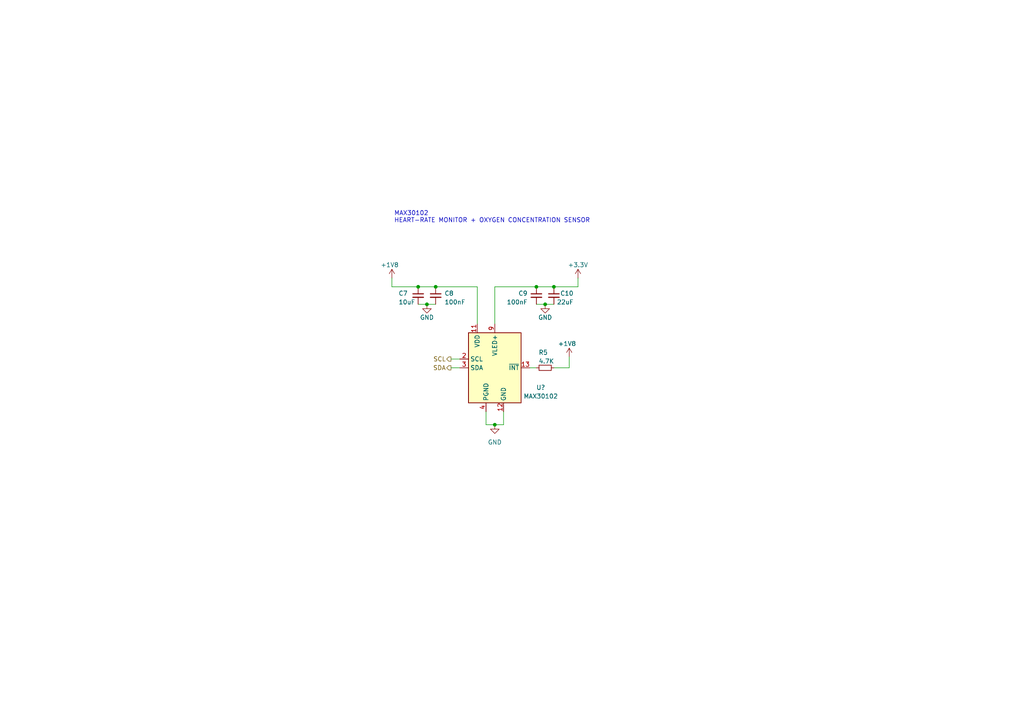
<source format=kicad_sch>
(kicad_sch (version 20230121) (generator eeschema)

  (uuid be25dbbf-29c2-49f6-91e6-0221e6e4ccaf)

  (paper "A4")

  (lib_symbols
    (symbol "Device:C_Small" (pin_numbers hide) (pin_names (offset 0.254) hide) (in_bom yes) (on_board yes)
      (property "Reference" "C" (at 0.254 1.778 0)
        (effects (font (size 1.27 1.27)) (justify left))
      )
      (property "Value" "C_Small" (at 0.254 -2.032 0)
        (effects (font (size 1.27 1.27)) (justify left))
      )
      (property "Footprint" "" (at 0 0 0)
        (effects (font (size 1.27 1.27)) hide)
      )
      (property "Datasheet" "~" (at 0 0 0)
        (effects (font (size 1.27 1.27)) hide)
      )
      (property "ki_keywords" "capacitor cap" (at 0 0 0)
        (effects (font (size 1.27 1.27)) hide)
      )
      (property "ki_description" "Unpolarized capacitor, small symbol" (at 0 0 0)
        (effects (font (size 1.27 1.27)) hide)
      )
      (property "ki_fp_filters" "C_*" (at 0 0 0)
        (effects (font (size 1.27 1.27)) hide)
      )
      (symbol "C_Small_0_1"
        (polyline
          (pts
            (xy -1.524 -0.508)
            (xy 1.524 -0.508)
          )
          (stroke (width 0.3302) (type default))
          (fill (type none))
        )
        (polyline
          (pts
            (xy -1.524 0.508)
            (xy 1.524 0.508)
          )
          (stroke (width 0.3048) (type default))
          (fill (type none))
        )
      )
      (symbol "C_Small_1_1"
        (pin passive line (at 0 2.54 270) (length 2.032)
          (name "~" (effects (font (size 1.27 1.27))))
          (number "1" (effects (font (size 1.27 1.27))))
        )
        (pin passive line (at 0 -2.54 90) (length 2.032)
          (name "~" (effects (font (size 1.27 1.27))))
          (number "2" (effects (font (size 1.27 1.27))))
        )
      )
    )
    (symbol "Device:R_Small" (pin_numbers hide) (pin_names (offset 0.254) hide) (in_bom yes) (on_board yes)
      (property "Reference" "R" (at 0.762 0.508 0)
        (effects (font (size 1.27 1.27)) (justify left))
      )
      (property "Value" "R_Small" (at 0.762 -1.016 0)
        (effects (font (size 1.27 1.27)) (justify left))
      )
      (property "Footprint" "" (at 0 0 0)
        (effects (font (size 1.27 1.27)) hide)
      )
      (property "Datasheet" "~" (at 0 0 0)
        (effects (font (size 1.27 1.27)) hide)
      )
      (property "ki_keywords" "R resistor" (at 0 0 0)
        (effects (font (size 1.27 1.27)) hide)
      )
      (property "ki_description" "Resistor, small symbol" (at 0 0 0)
        (effects (font (size 1.27 1.27)) hide)
      )
      (property "ki_fp_filters" "R_*" (at 0 0 0)
        (effects (font (size 1.27 1.27)) hide)
      )
      (symbol "R_Small_0_1"
        (rectangle (start -0.762 1.778) (end 0.762 -1.778)
          (stroke (width 0.2032) (type default))
          (fill (type none))
        )
      )
      (symbol "R_Small_1_1"
        (pin passive line (at 0 2.54 270) (length 0.762)
          (name "~" (effects (font (size 1.27 1.27))))
          (number "1" (effects (font (size 1.27 1.27))))
        )
        (pin passive line (at 0 -2.54 90) (length 0.762)
          (name "~" (effects (font (size 1.27 1.27))))
          (number "2" (effects (font (size 1.27 1.27))))
        )
      )
    )
    (symbol "Sensor:MAX30102" (in_bom yes) (on_board yes)
      (property "Reference" "U" (at 7.62 15.24 0)
        (effects (font (size 1.27 1.27)))
      )
      (property "Value" "MAX30102" (at 7.62 12.7 0)
        (effects (font (size 1.27 1.27)))
      )
      (property "Footprint" "OptoDevice:Maxim_OLGA-14_3.3x5.6mm_P0.8mm" (at 0 -2.54 0)
        (effects (font (size 1.27 1.27)) hide)
      )
      (property "Datasheet" "https://datasheets.maximintegrated.com/en/ds/MAX30102.pdf" (at 0 0 0)
        (effects (font (size 1.27 1.27)) hide)
      )
      (property "ki_keywords" "Heart Rate" (at 0 0 0)
        (effects (font (size 1.27 1.27)) hide)
      )
      (property "ki_description" "Heart Rate Sensor, 14-OLGA" (at 0 0 0)
        (effects (font (size 1.27 1.27)) hide)
      )
      (property "ki_fp_filters" "Maxim*OLGA*3.3x5.6mm*P0.8mm*" (at 0 0 0)
        (effects (font (size 1.27 1.27)) hide)
      )
      (symbol "MAX30102_0_1"
        (rectangle (start -7.62 10.16) (end 7.62 -10.16)
          (stroke (width 0.254) (type default))
          (fill (type background))
        )
      )
      (symbol "MAX30102_1_1"
        (pin no_connect line (at -7.62 5.08 0) (length 2.54) hide
          (name "NC" (effects (font (size 1.27 1.27))))
          (number "1" (effects (font (size 1.27 1.27))))
        )
        (pin passive line (at 0 12.7 270) (length 2.54) hide
          (name "VLED+" (effects (font (size 1.27 1.27))))
          (number "10" (effects (font (size 1.27 1.27))))
        )
        (pin power_in line (at -5.08 12.7 270) (length 2.54)
          (name "VDD" (effects (font (size 1.27 1.27))))
          (number "11" (effects (font (size 1.27 1.27))))
        )
        (pin power_in line (at 2.54 -12.7 90) (length 2.54)
          (name "GND" (effects (font (size 1.27 1.27))))
          (number "12" (effects (font (size 1.27 1.27))))
        )
        (pin output line (at 10.16 0 180) (length 2.54)
          (name "~{INT}" (effects (font (size 1.27 1.27))))
          (number "13" (effects (font (size 1.27 1.27))))
        )
        (pin no_connect line (at 7.62 2.54 180) (length 2.54) hide
          (name "NC" (effects (font (size 1.27 1.27))))
          (number "14" (effects (font (size 1.27 1.27))))
        )
        (pin input line (at -10.16 2.54 0) (length 2.54)
          (name "SCL" (effects (font (size 1.27 1.27))))
          (number "2" (effects (font (size 1.27 1.27))))
        )
        (pin bidirectional line (at -10.16 0 0) (length 2.54)
          (name "SDA" (effects (font (size 1.27 1.27))))
          (number "3" (effects (font (size 1.27 1.27))))
        )
        (pin power_in line (at -2.54 -12.7 90) (length 2.54)
          (name "PGND" (effects (font (size 1.27 1.27))))
          (number "4" (effects (font (size 1.27 1.27))))
        )
        (pin no_connect line (at 7.62 -7.62 180) (length 2.54) hide
          (name "NC" (effects (font (size 1.27 1.27))))
          (number "5" (effects (font (size 1.27 1.27))))
        )
        (pin no_connect line (at 7.62 -5.08 180) (length 2.54) hide
          (name "NC" (effects (font (size 1.27 1.27))))
          (number "6" (effects (font (size 1.27 1.27))))
        )
        (pin no_connect line (at -7.62 -2.54 0) (length 2.54) hide
          (name "NC" (effects (font (size 1.27 1.27))))
          (number "7" (effects (font (size 1.27 1.27))))
        )
        (pin no_connect line (at 7.62 5.08 180) (length 2.54) hide
          (name "NC" (effects (font (size 1.27 1.27))))
          (number "8" (effects (font (size 1.27 1.27))))
        )
        (pin power_in line (at 0 12.7 270) (length 2.54)
          (name "VLED+" (effects (font (size 1.27 1.27))))
          (number "9" (effects (font (size 1.27 1.27))))
        )
      )
    )
    (symbol "power:+1V8" (power) (pin_names (offset 0)) (in_bom yes) (on_board yes)
      (property "Reference" "#PWR" (at 0 -3.81 0)
        (effects (font (size 1.27 1.27)) hide)
      )
      (property "Value" "+1V8" (at 0 3.556 0)
        (effects (font (size 1.27 1.27)))
      )
      (property "Footprint" "" (at 0 0 0)
        (effects (font (size 1.27 1.27)) hide)
      )
      (property "Datasheet" "" (at 0 0 0)
        (effects (font (size 1.27 1.27)) hide)
      )
      (property "ki_keywords" "global power" (at 0 0 0)
        (effects (font (size 1.27 1.27)) hide)
      )
      (property "ki_description" "Power symbol creates a global label with name \"+1V8\"" (at 0 0 0)
        (effects (font (size 1.27 1.27)) hide)
      )
      (symbol "+1V8_0_1"
        (polyline
          (pts
            (xy -0.762 1.27)
            (xy 0 2.54)
          )
          (stroke (width 0) (type default))
          (fill (type none))
        )
        (polyline
          (pts
            (xy 0 0)
            (xy 0 2.54)
          )
          (stroke (width 0) (type default))
          (fill (type none))
        )
        (polyline
          (pts
            (xy 0 2.54)
            (xy 0.762 1.27)
          )
          (stroke (width 0) (type default))
          (fill (type none))
        )
      )
      (symbol "+1V8_1_1"
        (pin power_in line (at 0 0 90) (length 0) hide
          (name "+1V8" (effects (font (size 1.27 1.27))))
          (number "1" (effects (font (size 1.27 1.27))))
        )
      )
    )
    (symbol "power:+3.3V" (power) (pin_names (offset 0)) (in_bom yes) (on_board yes)
      (property "Reference" "#PWR" (at 0 -3.81 0)
        (effects (font (size 1.27 1.27)) hide)
      )
      (property "Value" "+3.3V" (at 0 3.556 0)
        (effects (font (size 1.27 1.27)))
      )
      (property "Footprint" "" (at 0 0 0)
        (effects (font (size 1.27 1.27)) hide)
      )
      (property "Datasheet" "" (at 0 0 0)
        (effects (font (size 1.27 1.27)) hide)
      )
      (property "ki_keywords" "global power" (at 0 0 0)
        (effects (font (size 1.27 1.27)) hide)
      )
      (property "ki_description" "Power symbol creates a global label with name \"+3.3V\"" (at 0 0 0)
        (effects (font (size 1.27 1.27)) hide)
      )
      (symbol "+3.3V_0_1"
        (polyline
          (pts
            (xy -0.762 1.27)
            (xy 0 2.54)
          )
          (stroke (width 0) (type default))
          (fill (type none))
        )
        (polyline
          (pts
            (xy 0 0)
            (xy 0 2.54)
          )
          (stroke (width 0) (type default))
          (fill (type none))
        )
        (polyline
          (pts
            (xy 0 2.54)
            (xy 0.762 1.27)
          )
          (stroke (width 0) (type default))
          (fill (type none))
        )
      )
      (symbol "+3.3V_1_1"
        (pin power_in line (at 0 0 90) (length 0) hide
          (name "+3.3V" (effects (font (size 1.27 1.27))))
          (number "1" (effects (font (size 1.27 1.27))))
        )
      )
    )
    (symbol "power:GND" (power) (pin_names (offset 0)) (in_bom yes) (on_board yes)
      (property "Reference" "#PWR" (at 0 -6.35 0)
        (effects (font (size 1.27 1.27)) hide)
      )
      (property "Value" "GND" (at 0 -3.81 0)
        (effects (font (size 1.27 1.27)))
      )
      (property "Footprint" "" (at 0 0 0)
        (effects (font (size 1.27 1.27)) hide)
      )
      (property "Datasheet" "" (at 0 0 0)
        (effects (font (size 1.27 1.27)) hide)
      )
      (property "ki_keywords" "global power" (at 0 0 0)
        (effects (font (size 1.27 1.27)) hide)
      )
      (property "ki_description" "Power symbol creates a global label with name \"GND\" , ground" (at 0 0 0)
        (effects (font (size 1.27 1.27)) hide)
      )
      (symbol "GND_0_1"
        (polyline
          (pts
            (xy 0 0)
            (xy 0 -1.27)
            (xy 1.27 -1.27)
            (xy 0 -2.54)
            (xy -1.27 -1.27)
            (xy 0 -1.27)
          )
          (stroke (width 0) (type default))
          (fill (type none))
        )
      )
      (symbol "GND_1_1"
        (pin power_in line (at 0 0 270) (length 0) hide
          (name "GND" (effects (font (size 1.27 1.27))))
          (number "1" (effects (font (size 1.27 1.27))))
        )
      )
    )
  )

  (junction (at 123.825 88.265) (diameter 0) (color 0 0 0 0)
    (uuid 1f850a91-9e2f-4b2a-bf92-48f32e716881)
  )
  (junction (at 158.115 88.265) (diameter 0) (color 0 0 0 0)
    (uuid 25741221-dd1a-429f-802e-4dfc731cbf8d)
  )
  (junction (at 126.365 83.185) (diameter 0) (color 0 0 0 0)
    (uuid 27e58bcb-88fc-456e-b197-337f6ff9fcc8)
  )
  (junction (at 121.285 83.185) (diameter 0) (color 0 0 0 0)
    (uuid 9677f0a5-9091-476b-b006-cc2ee5c571f4)
  )
  (junction (at 143.51 123.19) (diameter 0) (color 0 0 0 0)
    (uuid a985a561-8b27-43a8-8f6b-fbe4700b1b4b)
  )
  (junction (at 155.575 83.185) (diameter 0) (color 0 0 0 0)
    (uuid bc61e96b-f863-4728-b94b-ac7041cd1063)
  )
  (junction (at 160.655 83.185) (diameter 0) (color 0 0 0 0)
    (uuid cbabfd2c-4710-4a3e-8ddd-df5353a65082)
  )

  (wire (pts (xy 138.43 93.98) (xy 138.43 83.185))
    (stroke (width 0) (type default))
    (uuid 066d3de0-0c5b-4f18-8b8f-1b64b8df098f)
  )
  (wire (pts (xy 140.97 123.19) (xy 140.97 119.38))
    (stroke (width 0) (type default))
    (uuid 19f5c73b-8d89-48f5-89ea-2bb17e706136)
  )
  (wire (pts (xy 130.81 106.68) (xy 133.35 106.68))
    (stroke (width 0) (type default))
    (uuid 22d4a6e5-e3d5-4d11-bb47-b02ca4240a82)
  )
  (wire (pts (xy 121.285 88.265) (xy 123.825 88.265))
    (stroke (width 0) (type default))
    (uuid 28090a8e-a327-4b6d-abda-9af762804d3d)
  )
  (wire (pts (xy 123.825 88.265) (xy 126.365 88.265))
    (stroke (width 0) (type default))
    (uuid 2b1bfb63-23a2-447f-a219-2c5a83fada95)
  )
  (wire (pts (xy 113.665 83.185) (xy 121.285 83.185))
    (stroke (width 0) (type default))
    (uuid 2d8c5a8d-a68f-4002-845c-cb2f90d54795)
  )
  (wire (pts (xy 146.05 123.19) (xy 143.51 123.19))
    (stroke (width 0) (type default))
    (uuid 3280db65-bf50-4a66-a11d-d904cdf6745b)
  )
  (wire (pts (xy 165.1 103.505) (xy 165.1 106.68))
    (stroke (width 0) (type default))
    (uuid 42041d13-85c9-46a2-ab84-5d3be266b4bc)
  )
  (wire (pts (xy 160.655 88.265) (xy 158.115 88.265))
    (stroke (width 0) (type default))
    (uuid 65bed417-e349-43e5-8fbe-c5f1b4b2da59)
  )
  (wire (pts (xy 113.665 80.645) (xy 113.665 83.185))
    (stroke (width 0) (type default))
    (uuid 7af328fc-4715-403c-b95f-3b996ccbcb95)
  )
  (wire (pts (xy 165.1 106.68) (xy 160.655 106.68))
    (stroke (width 0) (type default))
    (uuid 85a53694-1af0-4889-b875-5ae251d06dfa)
  )
  (wire (pts (xy 167.64 80.645) (xy 167.64 83.185))
    (stroke (width 0) (type default))
    (uuid aa0ea13a-1946-4134-a710-317fafdb368b)
  )
  (wire (pts (xy 130.81 104.14) (xy 133.35 104.14))
    (stroke (width 0) (type default))
    (uuid b4ef8827-4f30-4197-8b12-b325242014c4)
  )
  (wire (pts (xy 143.51 83.185) (xy 143.51 93.98))
    (stroke (width 0) (type default))
    (uuid c2021704-10a1-47c7-9d23-8a2af3fbc03b)
  )
  (wire (pts (xy 160.655 83.185) (xy 155.575 83.185))
    (stroke (width 0) (type default))
    (uuid c20d4bf9-afce-49c7-a99a-188fbdba9de8)
  )
  (wire (pts (xy 146.05 119.38) (xy 146.05 123.19))
    (stroke (width 0) (type default))
    (uuid c77dfedc-d4b7-4d22-81f3-459f28a0993c)
  )
  (wire (pts (xy 158.115 88.265) (xy 155.575 88.265))
    (stroke (width 0) (type default))
    (uuid d4f8e540-c94b-42dd-8f67-23408a4ef7a8)
  )
  (wire (pts (xy 167.64 83.185) (xy 160.655 83.185))
    (stroke (width 0) (type default))
    (uuid d7b38cf4-06db-49cb-836d-ae5733a65bf7)
  )
  (wire (pts (xy 143.51 123.19) (xy 140.97 123.19))
    (stroke (width 0) (type default))
    (uuid d8448de3-0e1c-4e64-8a78-a7292b151b07)
  )
  (wire (pts (xy 121.285 83.185) (xy 126.365 83.185))
    (stroke (width 0) (type default))
    (uuid da23cf54-592d-42bf-972f-60cdec2c37b4)
  )
  (wire (pts (xy 138.43 83.185) (xy 126.365 83.185))
    (stroke (width 0) (type default))
    (uuid eef2f131-64d4-4a93-b243-3a1d0dd846a5)
  )
  (wire (pts (xy 143.51 83.185) (xy 155.575 83.185))
    (stroke (width 0) (type default))
    (uuid f4f79062-4771-4a24-9455-9a6f4c40f124)
  )
  (wire (pts (xy 153.67 106.68) (xy 155.575 106.68))
    (stroke (width 0) (type default))
    (uuid face3bf4-732d-4fb3-9ddd-332f02063d6b)
  )

  (text "MAX30102\nHEART-RATE MONITOR + OXYGEN CONCENTRATION SENSOR"
    (at 114.3 64.77 0)
    (effects (font (size 1.27 1.27)) (justify left bottom))
    (uuid 4e876e22-6b80-42bf-9b49-c0add1845fb8)
  )

  (hierarchical_label "SDA" (shape output) (at 130.81 106.68 180) (fields_autoplaced)
    (effects (font (size 1.27 1.27)) (justify right))
    (uuid dfe33b31-8069-42a0-b424-f6a4b3dbc39b)
  )
  (hierarchical_label "SCL" (shape output) (at 130.81 104.14 180) (fields_autoplaced)
    (effects (font (size 1.27 1.27)) (justify right))
    (uuid f084ce41-c984-4038-9850-daaeba6b8287)
  )

  (symbol (lib_id "Device:R_Small") (at 158.115 106.68 270) (unit 1)
    (in_bom yes) (on_board yes) (dnp no)
    (uuid 05ec9114-35e5-4842-b445-2e648e7102ac)
    (property "Reference" "R5" (at 156.21 102.235 90)
      (effects (font (size 1.27 1.27)) (justify left))
    )
    (property "Value" "4.7K" (at 156.21 104.775 90)
      (effects (font (size 1.27 1.27)) (justify left))
    )
    (property "Footprint" "" (at 158.115 106.68 0)
      (effects (font (size 1.27 1.27)) hide)
    )
    (property "Datasheet" "~" (at 158.115 106.68 0)
      (effects (font (size 1.27 1.27)) hide)
    )
    (pin "1" (uuid c4d70b0b-faf0-4cc8-9bb6-6cecfad175bd))
    (pin "2" (uuid 018b7d9e-a596-4ea1-b931-e56e91b56def))
    (instances
      (project "Hapty"
        (path "/6956d5b6-c4e4-494f-ad33-929668a150f2/ff10d402-8077-45c3-ba96-60f8586bcca3"
          (reference "R5") (unit 1)
        )
      )
    )
  )

  (symbol (lib_id "power:+3.3V") (at 167.64 80.645 0) (unit 1)
    (in_bom yes) (on_board yes) (dnp no)
    (uuid 0bbe6943-6704-410f-a436-cb69312d2d0b)
    (property "Reference" "#PWR023" (at 167.64 84.455 0)
      (effects (font (size 1.27 1.27)) hide)
    )
    (property "Value" "+3.3V" (at 167.64 76.835 0)
      (effects (font (size 1.27 1.27)))
    )
    (property "Footprint" "" (at 167.64 80.645 0)
      (effects (font (size 1.27 1.27)) hide)
    )
    (property "Datasheet" "" (at 167.64 80.645 0)
      (effects (font (size 1.27 1.27)) hide)
    )
    (pin "1" (uuid 485f8fd6-1f5c-49f5-ad94-85b9b0f9c61b))
    (instances
      (project "Hapty"
        (path "/6956d5b6-c4e4-494f-ad33-929668a150f2/ff10d402-8077-45c3-ba96-60f8586bcca3"
          (reference "#PWR023") (unit 1)
        )
      )
    )
  )

  (symbol (lib_id "Device:C_Small") (at 121.285 85.725 0) (unit 1)
    (in_bom yes) (on_board yes) (dnp no)
    (uuid 214bd816-861e-4ffc-8da0-e816438d7309)
    (property "Reference" "C7" (at 115.57 85.09 0)
      (effects (font (size 1.27 1.27)) (justify left))
    )
    (property "Value" "10uF" (at 115.57 87.63 0)
      (effects (font (size 1.27 1.27)) (justify left))
    )
    (property "Footprint" "" (at 121.285 85.725 0)
      (effects (font (size 1.27 1.27)) hide)
    )
    (property "Datasheet" "~" (at 121.285 85.725 0)
      (effects (font (size 1.27 1.27)) hide)
    )
    (pin "1" (uuid 2e67cc83-6d73-4933-b8ab-9eedc2aa1e82))
    (pin "2" (uuid e1a3d76b-4df8-43d5-893b-6ac299758c0c))
    (instances
      (project "Hapty"
        (path "/6956d5b6-c4e4-494f-ad33-929668a150f2/ff10d402-8077-45c3-ba96-60f8586bcca3"
          (reference "C7") (unit 1)
        )
      )
    )
  )

  (symbol (lib_id "Device:C_Small") (at 155.575 85.725 0) (mirror y) (unit 1)
    (in_bom yes) (on_board yes) (dnp no)
    (uuid 22b1bdd3-73ba-44ed-b316-dccc908790fb)
    (property "Reference" "C9" (at 153.035 85.09 0)
      (effects (font (size 1.27 1.27)) (justify left))
    )
    (property "Value" "100nF" (at 153.035 87.63 0)
      (effects (font (size 1.27 1.27)) (justify left))
    )
    (property "Footprint" "" (at 155.575 85.725 0)
      (effects (font (size 1.27 1.27)) hide)
    )
    (property "Datasheet" "~" (at 155.575 85.725 0)
      (effects (font (size 1.27 1.27)) hide)
    )
    (pin "1" (uuid b061f50b-6591-4d85-a3dc-bd37ccd8c789))
    (pin "2" (uuid 7dba60e2-e5f1-4cda-9b43-1091c835d68b))
    (instances
      (project "Hapty"
        (path "/6956d5b6-c4e4-494f-ad33-929668a150f2/ff10d402-8077-45c3-ba96-60f8586bcca3"
          (reference "C9") (unit 1)
        )
      )
    )
  )

  (symbol (lib_id "power:GND") (at 158.115 88.265 0) (mirror y) (unit 1)
    (in_bom yes) (on_board yes) (dnp no)
    (uuid 3cf31042-f1a6-4dfd-963c-9970912ee1fb)
    (property "Reference" "#PWR021" (at 158.115 94.615 0)
      (effects (font (size 1.27 1.27)) hide)
    )
    (property "Value" "GND" (at 158.115 92.075 0)
      (effects (font (size 1.27 1.27)))
    )
    (property "Footprint" "" (at 158.115 88.265 0)
      (effects (font (size 1.27 1.27)) hide)
    )
    (property "Datasheet" "" (at 158.115 88.265 0)
      (effects (font (size 1.27 1.27)) hide)
    )
    (pin "1" (uuid f9651e93-1fcb-497f-8d8c-c8b4d5222a9a))
    (instances
      (project "Hapty"
        (path "/6956d5b6-c4e4-494f-ad33-929668a150f2/ff10d402-8077-45c3-ba96-60f8586bcca3"
          (reference "#PWR021") (unit 1)
        )
      )
    )
  )

  (symbol (lib_id "Device:C_Small") (at 160.655 85.725 0) (mirror y) (unit 1)
    (in_bom yes) (on_board yes) (dnp no)
    (uuid 41477463-ece8-429b-9055-d9a44b6b8cdf)
    (property "Reference" "C10" (at 166.37 85.09 0)
      (effects (font (size 1.27 1.27)) (justify left))
    )
    (property "Value" "22uF" (at 166.37 87.63 0)
      (effects (font (size 1.27 1.27)) (justify left))
    )
    (property "Footprint" "" (at 160.655 85.725 0)
      (effects (font (size 1.27 1.27)) hide)
    )
    (property "Datasheet" "~" (at 160.655 85.725 0)
      (effects (font (size 1.27 1.27)) hide)
    )
    (pin "1" (uuid eaa213ca-57d8-451d-972d-bc06f799161e))
    (pin "2" (uuid 3e4a1eb6-02fe-425f-b0ca-812374cebe37))
    (instances
      (project "Hapty"
        (path "/6956d5b6-c4e4-494f-ad33-929668a150f2/ff10d402-8077-45c3-ba96-60f8586bcca3"
          (reference "C10") (unit 1)
        )
      )
    )
  )

  (symbol (lib_id "power:GND") (at 143.51 123.19 0) (unit 1)
    (in_bom yes) (on_board yes) (dnp no) (fields_autoplaced)
    (uuid 595b25d5-23bb-400a-bdfc-6ca52e90a0c6)
    (property "Reference" "#PWR020" (at 143.51 129.54 0)
      (effects (font (size 1.27 1.27)) hide)
    )
    (property "Value" "GND" (at 143.51 128.27 0)
      (effects (font (size 1.27 1.27)))
    )
    (property "Footprint" "" (at 143.51 123.19 0)
      (effects (font (size 1.27 1.27)) hide)
    )
    (property "Datasheet" "" (at 143.51 123.19 0)
      (effects (font (size 1.27 1.27)) hide)
    )
    (pin "1" (uuid ccf2fb4c-55e1-4ae6-a07a-b445eef3e27e))
    (instances
      (project "Hapty"
        (path "/6956d5b6-c4e4-494f-ad33-929668a150f2/ff10d402-8077-45c3-ba96-60f8586bcca3"
          (reference "#PWR020") (unit 1)
        )
      )
    )
  )

  (symbol (lib_id "power:GND") (at 123.825 88.265 0) (unit 1)
    (in_bom yes) (on_board yes) (dnp no)
    (uuid 5bd9c895-6104-4072-bb4c-bd207eb97c9b)
    (property "Reference" "#PWR019" (at 123.825 94.615 0)
      (effects (font (size 1.27 1.27)) hide)
    )
    (property "Value" "GND" (at 123.825 92.075 0)
      (effects (font (size 1.27 1.27)))
    )
    (property "Footprint" "" (at 123.825 88.265 0)
      (effects (font (size 1.27 1.27)) hide)
    )
    (property "Datasheet" "" (at 123.825 88.265 0)
      (effects (font (size 1.27 1.27)) hide)
    )
    (pin "1" (uuid 91173db0-353b-4c52-9e13-a3341d906032))
    (instances
      (project "Hapty"
        (path "/6956d5b6-c4e4-494f-ad33-929668a150f2/ff10d402-8077-45c3-ba96-60f8586bcca3"
          (reference "#PWR019") (unit 1)
        )
      )
    )
  )

  (symbol (lib_id "Sensor:MAX30102") (at 143.51 106.68 0) (unit 1)
    (in_bom yes) (on_board yes) (dnp no)
    (uuid 63d3690b-66a2-469c-82e5-b0f41e2be442)
    (property "Reference" "U?" (at 156.845 112.395 0)
      (effects (font (size 1.27 1.27)))
    )
    (property "Value" "MAX30102" (at 156.845 114.935 0)
      (effects (font (size 1.27 1.27)))
    )
    (property "Footprint" "OptoDevice:Maxim_OLGA-14_3.3x5.6mm_P0.8mm" (at 143.51 109.22 0)
      (effects (font (size 1.27 1.27)) hide)
    )
    (property "Datasheet" "https://datasheets.maximintegrated.com/en/ds/MAX30102.pdf" (at 143.51 106.68 0)
      (effects (font (size 1.27 1.27)) hide)
    )
    (pin "1" (uuid e53bfcbd-1f8f-43cf-bf66-1430af81759b))
    (pin "10" (uuid 7e9834c2-df1a-4caa-8aa8-a367b6843c37))
    (pin "11" (uuid 441053b9-aa16-41e4-b0e9-7d1ce7cd2020))
    (pin "12" (uuid 799b4a6e-09cb-4d2b-aa33-9937a69d1b0e))
    (pin "13" (uuid a66fe560-362c-4f9a-b6c6-30ee22457a13))
    (pin "14" (uuid 11f0c28d-0dbd-45be-a993-34529f5bc157))
    (pin "2" (uuid 448c7687-4ac4-476c-9a8d-a12705e80053))
    (pin "3" (uuid d16456c9-6faf-4bc5-82ff-2b8ea0aaec75))
    (pin "4" (uuid 0b4d1e87-9f3d-462b-a808-1f319faaacfd))
    (pin "5" (uuid b3c49664-e326-4b32-825c-a3ea650d602f))
    (pin "6" (uuid 7d826397-8ded-4f8c-b889-f928a86cf16a))
    (pin "7" (uuid e5fd869b-21fd-497d-8591-0c58aafaca97))
    (pin "8" (uuid 5dc26ac0-45b5-47cf-a69f-2d46e425ebe8))
    (pin "9" (uuid 7d09c573-18c0-4eef-bb42-b51113783c1a))
    (instances
      (project "Hapty"
        (path "/6956d5b6-c4e4-494f-ad33-929668a150f2"
          (reference "U?") (unit 1)
        )
        (path "/6956d5b6-c4e4-494f-ad33-929668a150f2/ff10d402-8077-45c3-ba96-60f8586bcca3"
          (reference "U3") (unit 1)
        )
      )
    )
  )

  (symbol (lib_id "power:+1V8") (at 165.1 103.505 0) (unit 1)
    (in_bom yes) (on_board yes) (dnp no)
    (uuid 6d37c9d7-9620-4cc8-9182-a600742d7871)
    (property "Reference" "#PWR022" (at 165.1 107.315 0)
      (effects (font (size 1.27 1.27)) hide)
    )
    (property "Value" "+1V8" (at 164.465 99.695 0)
      (effects (font (size 1.27 1.27)))
    )
    (property "Footprint" "" (at 165.1 103.505 0)
      (effects (font (size 1.27 1.27)) hide)
    )
    (property "Datasheet" "" (at 165.1 103.505 0)
      (effects (font (size 1.27 1.27)) hide)
    )
    (pin "1" (uuid df08248c-7fb9-49a9-9683-f5ced3f65e7c))
    (instances
      (project "Hapty"
        (path "/6956d5b6-c4e4-494f-ad33-929668a150f2/ff10d402-8077-45c3-ba96-60f8586bcca3"
          (reference "#PWR022") (unit 1)
        )
      )
    )
  )

  (symbol (lib_id "Device:C_Small") (at 126.365 85.725 0) (unit 1)
    (in_bom yes) (on_board yes) (dnp no)
    (uuid b6dbbcbe-335a-41a0-a999-b128455433fb)
    (property "Reference" "C8" (at 128.905 85.09 0)
      (effects (font (size 1.27 1.27)) (justify left))
    )
    (property "Value" "100nF" (at 128.905 87.63 0)
      (effects (font (size 1.27 1.27)) (justify left))
    )
    (property "Footprint" "" (at 126.365 85.725 0)
      (effects (font (size 1.27 1.27)) hide)
    )
    (property "Datasheet" "~" (at 126.365 85.725 0)
      (effects (font (size 1.27 1.27)) hide)
    )
    (pin "1" (uuid 29912450-c2f1-4c38-a0dd-a0dede2d75e8))
    (pin "2" (uuid 2af33faf-7e67-474d-8f25-fdf3d336b84a))
    (instances
      (project "Hapty"
        (path "/6956d5b6-c4e4-494f-ad33-929668a150f2/ff10d402-8077-45c3-ba96-60f8586bcca3"
          (reference "C8") (unit 1)
        )
      )
    )
  )

  (symbol (lib_id "power:+1V8") (at 113.665 80.645 0) (unit 1)
    (in_bom yes) (on_board yes) (dnp no)
    (uuid bd666dc0-509b-45df-80ba-aeee9f783b1d)
    (property "Reference" "#PWR018" (at 113.665 84.455 0)
      (effects (font (size 1.27 1.27)) hide)
    )
    (property "Value" "+1V8" (at 113.03 76.835 0)
      (effects (font (size 1.27 1.27)))
    )
    (property "Footprint" "" (at 113.665 80.645 0)
      (effects (font (size 1.27 1.27)) hide)
    )
    (property "Datasheet" "" (at 113.665 80.645 0)
      (effects (font (size 1.27 1.27)) hide)
    )
    (pin "1" (uuid bab5c09d-70a5-4fdf-820f-e8aaaaa4df09))
    (instances
      (project "Hapty"
        (path "/6956d5b6-c4e4-494f-ad33-929668a150f2/ff10d402-8077-45c3-ba96-60f8586bcca3"
          (reference "#PWR018") (unit 1)
        )
      )
    )
  )
)

</source>
